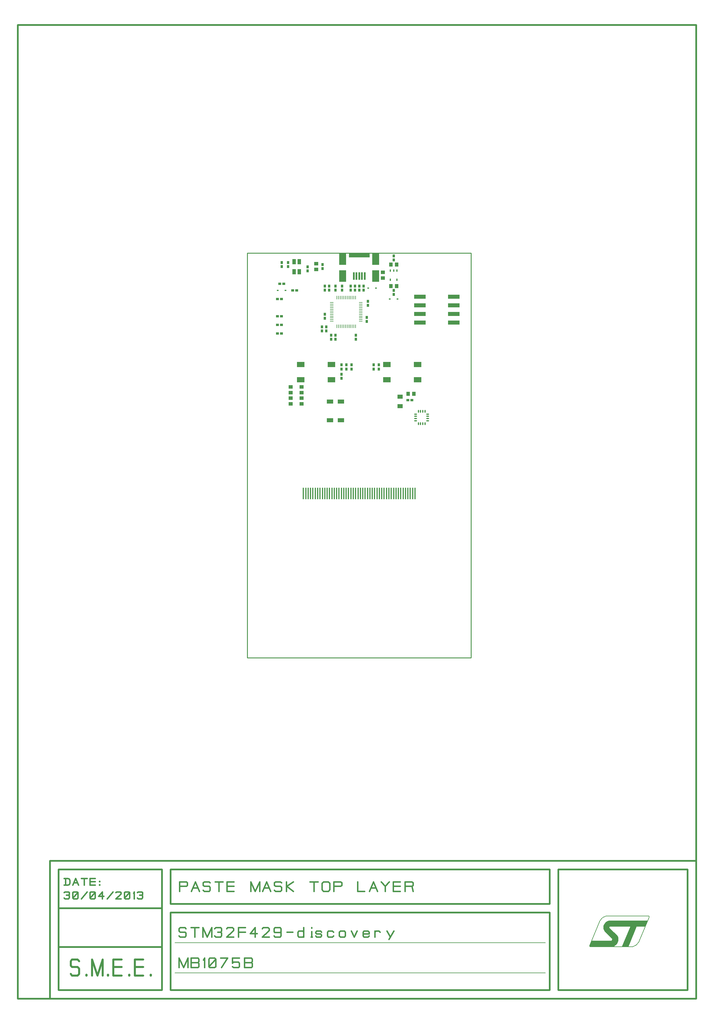
<source format=gbr>
G70*
%FSLAX55Y55*%
%ADD11C,0.01000*%
%ADD12C,0.00800*%
%ADD13C,0.02000*%
%ADD14R,0.03000X0.03700*%
%ADD15R,0.03700X0.03000*%
%ADD16R,0.07480X0.04724*%
%ADD17R,0.08504X0.05984*%
%ADD18R,0.02362X0.01772*%
%ADD19R,0.04331X0.04724*%
%ADD20R,0.01600X0.03000*%
%ADD21R,0.13386X0.04724*%
%ADD22R,0.06000X0.05000*%
%ADD23R,0.04724X0.04331*%
%ADD24R,0.03937X0.00787*%
%ADD25R,0.00787X0.03937*%
%ADD26O,0.03740X0.01181*%
%ADD27O,0.01181X0.03740*%
%ADD28R,0.02000X0.09055*%
%ADD29R,0.07874X0.13780*%
%ADD30R,0.24409X0.04724*%
%ADD31R,0.01575X0.13386*%
%ADD32R,0.04331X0.05906*%
%ADD33C,0.02480*%
%ADD34C,0.01575*%
%ADD35C,0.01500*%
D11*
X285882Y415262D02*
X545725Y415262D01*
X545725Y884947*
X285882Y884947*
X285882Y415262*
D12*
G36*
X685804Y86797D02*
X708758Y86807D01*
X709804Y88897*
X700804Y97897*
X699604Y100597*
X699604Y103897*
X699904Y105097*
X701104Y107197*
X702304Y108397*
X703804Y109297*
X705604Y109897*
X707704Y110197*
X750304Y110197*
X747904Y103897*
X747604Y103597*
X737704Y103597*
X728104Y80797*
X721204Y80797*
X730504Y102697*
X730504Y103597*
X706804Y103597*
X706204Y103297*
X705904Y102697*
X705904Y101797*
X706204Y101497*
X714904Y93097*
X715804Y91597*
X716104Y90097*
X716404Y89797*
X716404Y87097*
G75*
G02X711604Y80797I-08949J01839*
G01X683404Y80797*
X683404Y81397*
X685504Y86497*
X685804Y86797*
G37*
X708758Y86807*
X709804Y88897*
X700804Y97897*
X699604Y100597*
X699604Y103897*
X699904Y105097*
X701104Y107197*
X702304Y108397*
X703804Y109297*
X705604Y109897*
X707704Y110197*
X750304Y110197*
X747904Y103897*
X747604Y103597*
X737704Y103597*
X728104Y80797*
X721204Y80797*
X730504Y102697*
X730504Y103597*
X706804Y103597*
X706204Y103297*
X705904Y102697*
X705904Y101797*
X706204Y101497*
X714904Y93097*
X715804Y91597*
X716104Y90097*
X716404Y89797*
X716404Y87097*
G75*
G02X711604Y80797I-08949J01839*
G01X683404Y80797*
X683404Y81397*
X685504Y86497*
X685804Y86797*
X202051Y49689D02*
X632051Y49689D01*
D13*
X197051Y129689D02*
X637051Y129689D01*
X67050Y29689D02*
X187051Y29689D01*
D12*
X202051Y84689D02*
X632051Y84689D01*
D13*
X197051Y119689D02*
X637051Y119689D01*
D12*
X684004Y80197D02*
X683404Y80797D01*
X683404Y81397*
X695404Y110497*
G75*
G02X702004Y115597I08543J-04235*
G01X751804Y115597*
X752104Y115297*
X752104Y114097*
X740104Y85297*
G75*
G02X733504Y80197I-08825J04600*
G01X684004Y80197*
D13*
X637051Y129689D02*
X637051Y169689D01*
X57051Y179689D02*
X807051Y179689D01*
X67050Y124689D02*
X187051Y124689D01*
X67050Y169689D02*
X187051Y169689D01*
X197051Y169689D02*
X637051Y169689D01*
X197051Y29689D02*
X197051Y119689D01*
X197051Y129689D02*
X197051Y169689D01*
X67050Y29689D02*
X67050Y169689D01*
X637051Y29689D02*
X637051Y119689D01*
X647051Y169689D02*
X797051Y169689D01*
X647051Y29689D02*
X797051Y29689D01*
X19649Y19689D02*
X19649Y1149611D01*
X19649Y19689D02*
X807051Y19689D01*
X57051Y19689D02*
X57051Y179689D01*
X187051Y29689D02*
X187051Y169689D01*
X647051Y29689D02*
X647051Y169689D01*
X797051Y29689D02*
X797051Y169689D01*
X67050Y79689D02*
X187051Y79689D01*
X807051Y19689D02*
X807051Y1149611D01*
X197051Y29689D02*
X637051Y29689D01*
X19649Y1149611D02*
X807051Y1149611D01*
D14*
X395134Y755222D03*
X395134Y750498D03*
D15*
X323441Y849297D03*
X328166Y849297D03*
D16*
X394603Y690970D03*
X394603Y712624D03*
X382004Y712624D03*
X382004Y690970D03*
D17*
X383717Y737939D03*
X383717Y755655D03*
X347890Y755655D03*
X347890Y737939D03*
D14*
X395804Y846659D03*
X395804Y841935D03*
D15*
X320941Y801797D03*
X325666Y801797D03*
X320941Y811797D03*
X325666Y811797D03*
D18*
X321304Y841797D03*
X330304Y841797D03*
D14*
X388304Y846659D03*
X388304Y841935D03*
D15*
X476916Y714297D03*
X472191Y714297D03*
D14*
X395134Y744396D03*
X395134Y739671D03*
X375804Y846659D03*
X375804Y841935D03*
D19*
X479150Y721797D03*
X472457Y721797D03*
D15*
X320941Y831797D03*
X325666Y831797D03*
D20*
X459544Y864612D03*
X455804Y864612D03*
X452064Y864612D03*
X452064Y853982D03*
X459544Y853982D03*
D17*
X447890Y755655D03*
X447890Y737939D03*
X483717Y737939D03*
X483717Y755655D03*
D14*
X375804Y814159D03*
X375804Y809435D03*
D21*
X486119Y804297D03*
X525489Y804297D03*
X486119Y814297D03*
X525489Y814297D03*
X486119Y824297D03*
X525489Y824297D03*
X486119Y834297D03*
X525489Y834297D03*
D22*
X463304Y718547D03*
X463304Y707547D03*
D19*
X459150Y846797D03*
X452457Y846797D03*
D23*
X443304Y862644D03*
X443304Y855951D03*
D14*
X405804Y846659D03*
X405804Y841935D03*
X388245Y784947D03*
X388245Y789671D03*
X380804Y846659D03*
X380804Y841935D03*
D18*
X426304Y844297D03*
X435304Y844297D03*
D14*
X411867Y784947D03*
X411867Y789671D03*
X420804Y846659D03*
X420804Y841935D03*
X401040Y750498D03*
X401040Y755222D03*
D24*
X384071Y827624D03*
X384071Y825655D03*
X384071Y823687D03*
X384071Y821718D03*
X384071Y819750D03*
X384071Y817781D03*
X384071Y815813D03*
X384071Y813844D03*
X384071Y811876D03*
X384071Y809907D03*
X384071Y807939D03*
X384071Y805970D03*
D25*
X389977Y800065D03*
X391945Y800065D03*
X393914Y800065D03*
X395882Y800065D03*
X397851Y800065D03*
X399819Y800065D03*
X401788Y800065D03*
X403756Y800065D03*
X405725Y800065D03*
X407693Y800065D03*
X409662Y800065D03*
X411630Y800065D03*
D24*
X417536Y805970D03*
X417536Y807939D03*
X417536Y809907D03*
X417536Y811876D03*
X417536Y813844D03*
X417536Y815813D03*
X417536Y817781D03*
X417536Y819750D03*
X417536Y821718D03*
X417536Y823687D03*
X417536Y825655D03*
X417536Y827624D03*
D25*
X411630Y833529D03*
X409662Y833529D03*
X407693Y833529D03*
X405725Y833529D03*
X403756Y833529D03*
X401788Y833529D03*
X399819Y833529D03*
X397851Y833529D03*
X395882Y833529D03*
X393914Y833529D03*
X391945Y833529D03*
X389977Y833529D03*
D14*
X424662Y805616D03*
X424662Y810340D03*
D23*
X348875Y716837D03*
X348875Y710144D03*
D26*
X481217Y698136D03*
X481217Y695577D03*
X481217Y693018D03*
X481217Y690459D03*
D27*
X484465Y687211D03*
X487024Y687211D03*
X489583Y687211D03*
X492142Y687211D03*
D26*
X495390Y690459D03*
X495390Y693018D03*
X495390Y695577D03*
X495390Y698136D03*
D27*
X492142Y701384D03*
X489583Y701384D03*
X487024Y701384D03*
X484465Y701384D03*
D14*
X373304Y871659D03*
X373304Y866935D03*
X432536Y755222D03*
X432536Y750498D03*
X455804Y841659D03*
X455804Y836935D03*
D28*
X422092Y858470D03*
X418942Y858470D03*
X415792Y858470D03*
X412642Y858470D03*
X409492Y858470D03*
D29*
X396699Y858274D03*
X396699Y877959D03*
X434888Y858274D03*
X434888Y877959D03*
D30*
X415804Y882486D03*
D14*
X406945Y750498D03*
X406945Y755222D03*
D15*
X338441Y841797D03*
X343166Y841797D03*
D14*
X415804Y846659D03*
X415804Y841935D03*
X383323Y789671D03*
X383323Y784947D03*
X355804Y864435D03*
X355804Y869159D03*
X372497Y794789D03*
X372497Y799514D03*
X425804Y824435D03*
X425804Y829159D03*
D23*
X336079Y729632D03*
X336079Y722939D03*
D31*
X480567Y605931D03*
X477812Y605931D03*
X475056Y605931D03*
X472300Y605931D03*
X469544Y605931D03*
X466788Y605931D03*
X464032Y605931D03*
X461276Y605931D03*
X458520Y605931D03*
X455764Y605931D03*
X453008Y605931D03*
X450252Y605931D03*
X447497Y605931D03*
X444741Y605931D03*
X441985Y605931D03*
X439229Y605931D03*
X436473Y605931D03*
X433717Y605931D03*
X430961Y605931D03*
X428205Y605931D03*
X425449Y605931D03*
X422693Y605931D03*
X419938Y605931D03*
X417182Y605931D03*
X414426Y605931D03*
X411670Y605931D03*
X408914Y605931D03*
X406158Y605931D03*
X403402Y605931D03*
X400646Y605931D03*
X397890Y605931D03*
X395134Y605931D03*
X392378Y605931D03*
X389623Y605931D03*
X386867Y605931D03*
X384111Y605931D03*
X381355Y605931D03*
X378599Y605931D03*
X375843Y605931D03*
X373087Y605931D03*
X370331Y605931D03*
X367575Y605931D03*
X364819Y605931D03*
X362064Y605931D03*
X359308Y605931D03*
X356552Y605931D03*
X353796Y605931D03*
X351040Y605931D03*
D23*
X336079Y716837D03*
X336079Y710144D03*
D14*
X410804Y846659D03*
X410804Y841935D03*
X438441Y750498D03*
X438441Y755222D03*
D19*
X459150Y871797D03*
X452457Y871797D03*
D23*
X365804Y872644D03*
X365804Y865951D03*
D18*
X460304Y831797D03*
X451304Y831797D03*
D15*
X320941Y791797D03*
X325666Y791797D03*
D14*
X377418Y794789D03*
X377418Y799514D03*
X325804Y869435D03*
X325804Y874159D03*
X333304Y869435D03*
X333304Y874159D03*
D32*
X340351Y863392D03*
X340351Y875203D03*
X346256Y875203D03*
X346256Y863392D03*
D23*
X348875Y729632D03*
X348875Y722939D03*
D14*
X455804Y876935D03*
X455804Y881659D03*
D33*
X80804Y41797D02*
X80804Y48687*
X82182Y46718D01*
X89071Y46718*
X90449Y48687*
X90449Y54592*
X89071Y56561*
X82182Y56561*
X80804Y58529*
X80804Y63451*
X82182Y65419*
X89071Y65419*
X90449Y63451*
X99406Y46718D02*
X99062Y46718D01*
X99062Y47703*
X99406Y47703*
X99406Y46718*
X105607Y46718D02*
X105607Y65419D01*
X111808Y46718*
X118008Y65419*
X118008Y46718*
X124209Y46718D02*
X123865Y46718D01*
X123865Y47703*
X124209Y47703*
X124209Y46718*
X140056Y46718D02*
X130410Y46718D01*
X130410Y65419*
X140056Y65419*
X140056Y56561D02*
X130410Y56561D01*
X149012Y46718D02*
X148668Y46718D01*
X148668Y47703*
X149012Y47703*
X149012Y46718*
X164859Y46718D02*
X155213Y46718D01*
X155213Y65419*
X164859Y65419*
X164859Y56561D02*
X155213Y56561D01*
X173815Y46718D02*
X173471Y46718D01*
X173471Y47703*
X173815Y47703*
X173815Y46718*
D34*
X207142Y141640D02*
X207142Y144510*
X207142Y155419D01*
X215180Y155419*
X216329Y154271*
X216329Y151400*
X215180Y150252*
X207142Y150252*
X220921Y144510D02*
X225515Y155419D01*
X230108Y144510*
X222644Y148529D02*
X228385Y148529D01*
X234701Y145659D02*
X235849Y144510D01*
X241590Y144510*
X242739Y145659*
X242739Y149104*
X241590Y150252*
X235849Y150252*
X234701Y151400*
X234701Y154271*
X235849Y155419*
X241590Y155419*
X242739Y154271*
X248480Y155419D02*
X257666Y155419D01*
X253073Y155419D02*
X253073Y144510D01*
X270297Y144510D02*
X262259Y144510D01*
X262259Y155419*
X270297Y155419*
X270297Y150252D02*
X262259Y150252D01*
X285225Y141640D02*
X289818Y144510*
X289818Y155419D01*
X294985Y144510*
X300152Y155419*
X300152Y144510*
X303597Y144510D02*
X308190Y155419D01*
X312783Y144510*
X305319Y148529D02*
X311061Y148529D01*
X317376Y145659D02*
X318524Y144510D01*
X324266Y144510*
X325414Y145659*
X325414Y149104*
X324266Y150252*
X318524Y150252*
X317376Y151400*
X317376Y154271*
X318524Y155419*
X324266Y155419*
X325414Y154271*
X331155Y144510D02*
X331155Y155419D01*
X331155Y150252D02*
X331729Y150252D01*
X339193Y155419*
X331729Y150252D02*
X339193Y144510D01*
X354121Y141640D02*
X358714Y155419*
X367900Y155419D01*
X363307Y155419D02*
X363307Y144510D01*
X381679Y146233D02*
X379957Y144510D01*
X374215Y144510*
X372493Y146233*
X372493Y153697*
X374215Y155419*
X379957Y155419*
X381679Y153697*
X381679Y146233*
X386272Y144510D02*
X386272Y155419D01*
X394310Y155419*
X395458Y154271*
X395458Y151400*
X394310Y150252*
X386272Y150252*
X409238Y141640D02*
X421868Y144510*
X413830Y144510D01*
X413830Y155419*
X427610Y144510D02*
X432203Y155419D01*
X436796Y144510*
X429332Y148529D02*
X435074Y148529D01*
X441389Y155419D02*
X445982Y150252D01*
X450575Y155419*
X445982Y150252D02*
X445982Y144510D01*
X463206Y144510D02*
X455168Y144510D01*
X455168Y155419*
X463206Y155419*
X463206Y150252D02*
X455168Y150252D01*
X468947Y144510D02*
X468947Y155419D01*
X476985Y155419*
X478134Y154271*
X478134Y151400*
X476985Y150252*
X468947Y150252*
X475837Y150252D02*
X476985Y150252D01*
X478134Y144510*
D35*
X73284Y149514D02*
X73284Y159514*
X77451Y159514D01*
X79117Y158680*
X79951Y157014*
X79951Y154097*
X79117Y152430*
X77451Y151597*
X73284Y151597*
X74951Y151597D02*
X74951Y159514D01*
X83284Y151597D02*
X86617Y159514D01*
X89950Y151597*
X84534Y154514D02*
X88700Y154514D01*
X93283Y159514D02*
X99950Y159514D01*
X96617Y159514D02*
X96617Y151597D01*
X109116Y151597D02*
X103283Y151597D01*
X103283Y159514*
X109116Y159514*
X109116Y155764D02*
X103283Y155764D01*
X114533Y151597D02*
X114324Y151597D01*
X114324Y152014*
X114533Y152014*
X114533Y151597*
X114533Y155764D02*
X114324Y155764D01*
X114324Y156180*
X114533Y156180*
X114533Y155764*
X73284Y133766D02*
X73284Y142932*
X74117Y143766D01*
X78284Y143766*
X79117Y142932*
X79117Y140849*
X78284Y140016*
X75784Y140016*
X78284Y140016*
X79117Y139182*
X79117Y137099*
X78284Y135849*
X74117Y135849*
X73284Y136682*
X89117Y136682D02*
X88284Y135849D01*
X84117Y135849*
X83284Y136682*
X83284Y142932*
X84117Y143766*
X88284Y143766*
X89117Y142932*
X89117Y136682*
X83284Y136682D02*
X89117Y142932D01*
X93283Y135849D02*
X99950Y143766D01*
X109116Y136682D02*
X108283Y135849D01*
X104116Y135849*
X103283Y136682*
X103283Y142932*
X104116Y143766*
X108283Y143766*
X109116Y142932*
X109116Y136682*
X103283Y136682D02*
X109116Y142932D01*
X117449Y135849D02*
X117449Y143766D01*
X113283Y138766*
X119116Y138766*
X123282Y135849D02*
X129949Y143766D01*
X133282Y142932D02*
X134115Y143766D01*
X138282Y143766*
X139115Y142932*
X139115Y141266*
X138282Y140432*
X133282Y135849*
X139115Y135849*
X149115Y136682D02*
X148282Y135849D01*
X144115Y135849*
X143282Y136682*
X143282Y142932*
X144115Y143766*
X148282Y143766*
X149115Y142932*
X149115Y136682*
X143282Y136682D02*
X149115Y142932D01*
X154740Y135849D02*
X154740Y143766D01*
X153906Y142099*
X158281Y142932D02*
X159115Y143766D01*
X163281Y143766*
X164115Y142932*
X164115Y140849*
X163281Y140016*
X160781Y140016*
X163281Y140016*
X164115Y139182*
X164115Y137099*
X163281Y135849*
X159115Y135849*
X158281Y136682*
D34*
X206657Y53154D02*
X206657Y56025*
X206657Y66934D01*
X211824Y56025*
X216992Y66934*
X216992Y56025*
X220436Y56025D02*
X220436Y66934D01*
X228474Y66934*
X229623Y65785*
X229623Y62914*
X228474Y61766*
X220436Y61766D02*
X228474Y61766D01*
X229623Y60618*
X229623Y57173*
X228474Y56025*
X220436Y56025*
X236225Y56025D02*
X236225Y66934D01*
X235077Y64637*
X249143Y57173D02*
X247995Y56025D01*
X242253Y56025*
X241105Y57173*
X241105Y65785*
X242253Y66934*
X247995Y66934*
X249143Y65785*
X249143Y57173*
X241105Y57173D02*
X249143Y65785D01*
X254884Y66934D02*
X262922Y66934D01*
X256033Y56025*
X268664Y57173D02*
X269812Y56025D01*
X275553Y56025*
X276702Y57173*
X276702Y61192*
X275553Y62340*
X269812Y62340*
X268664Y61192*
X268664Y66934*
X276702Y66934*
X282443Y56025D02*
X282443Y66934D01*
X290481Y66934*
X291629Y65785*
X291629Y62914*
X290481Y61766*
X282443Y61766D02*
X290481Y61766D01*
X291629Y60618*
X291629Y57173*
X290481Y56025*
X282443Y56025*
X206657Y88587D02*
X206657Y92606*
X207805Y91458D01*
X213547Y91458*
X214695Y92606*
X214695Y96051*
X213547Y97199*
X207805Y97199*
X206657Y98348*
X206657Y101218*
X207805Y102367*
X213547Y102367*
X214695Y101218*
X220436Y102367D02*
X229623Y102367D01*
X225029Y102367D02*
X225029Y91458D01*
X234216Y91458D02*
X234216Y102367D01*
X239383Y91458*
X244550Y102367*
X244550Y91458*
X247995Y101218D02*
X249143Y102367D01*
X254884Y102367*
X256033Y101218*
X256033Y98348*
X254884Y97199*
X251440Y97199*
X254884Y97199*
X256033Y96051*
X256033Y93180*
X254884Y91458*
X249143Y91458*
X247995Y92606*
X261774Y101218D02*
X262922Y102367D01*
X268664Y102367*
X269812Y101218*
X269812Y98922*
X268664Y97773*
X261774Y91458*
X269812Y91458*
X275553Y91458D02*
X275553Y102367D01*
X283591Y102367*
X283591Y97199D02*
X275553Y97199D01*
X295074Y91458D02*
X295074Y102367D01*
X289332Y95477*
X297370Y95477*
X303112Y101218D02*
X304260Y102367D01*
X310001Y102367*
X311150Y101218*
X311150Y98922*
X310001Y97773*
X303112Y91458*
X311150Y91458*
X324929Y97773D02*
X323781Y96625D01*
X317465Y96625*
X316891Y97773*
X316891Y101218*
X318039Y102367*
X323781Y102367*
X324929Y101218*
X324929Y92606*
X323781Y91458*
X318039Y91458*
X316891Y92606*
X331818Y97199D02*
X338708Y97199D01*
X351339Y97199D02*
X350191Y98348D01*
X345597Y98348*
X344449Y97199*
X344449Y92606*
X345597Y91458*
X350191Y91458*
X351339Y92606*
X351339Y91458D02*
X351339Y102367D01*
X360525Y91458D02*
X360525Y97773D01*
X360525Y101792D02*
X360525Y102367D01*
X359951Y91458D02*
X361099Y91458D01*
X365118Y92606D02*
X366266Y91458D01*
X370859Y91458*
X372008Y92606*
X372008Y93754*
X370859Y94903*
X366266Y94903*
X365118Y96051*
X365118Y97199*
X366266Y98348*
X370859Y98348*
X372008Y97199*
X385787Y97199D02*
X384639Y98348D01*
X380046Y98348*
X378897Y97199*
X378897Y92606*
X380046Y91458*
X384639Y91458*
X385787Y92606*
X399566Y97199D02*
X398418Y98348D01*
X393825Y98348*
X392676Y97199*
X392676Y92606*
X393825Y91458*
X398418Y91458*
X399566Y92606*
X399566Y97199*
X406456Y98348D02*
X409901Y91458D01*
X413345Y98348*
X420235Y94903D02*
X427125Y94903D01*
X427125Y97199*
X425976Y98348*
X421383Y98348*
X420235Y97199*
X420235Y92606*
X421383Y91458*
X425976Y91458*
X427125Y92606*
X434014Y91458D02*
X434014Y98348D01*
X434014Y97199D02*
X435162Y98348D01*
X438607Y98348*
X439756Y97199*
X447793Y98348D02*
X451812Y91458D01*
X455831Y98348D02*
X450090Y88587D01*
M02*

</source>
